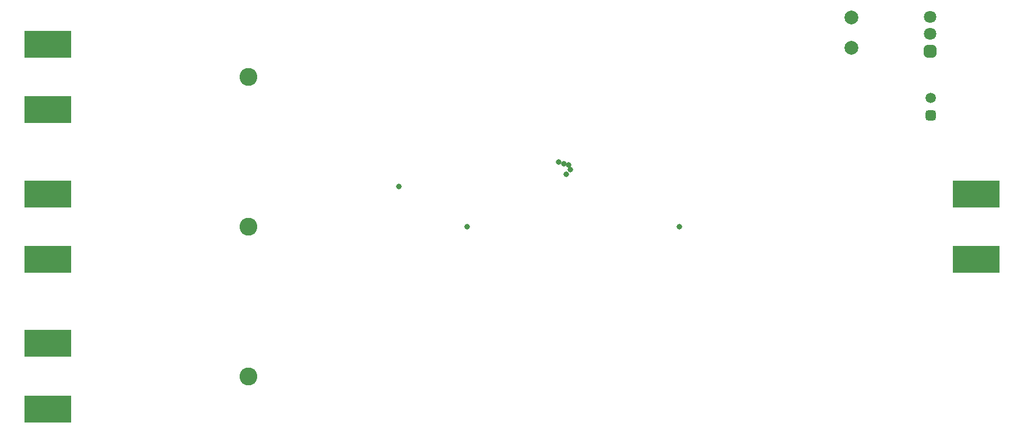
<source format=gbs>
G04*
G04 #@! TF.GenerationSoftware,Altium Limited,Altium Designer,25.8.1 (18)*
G04*
G04 Layer_Color=16711935*
%FSLAX44Y44*%
%MOMM*%
G71*
G04*
G04 #@! TF.SameCoordinates,7FA5C237-9263-4F39-8F52-594564EE4E54*
G04*
G04*
G04 #@! TF.FilePolarity,Negative*
G04*
G01*
G75*
%ADD26R,6.8000X4.0000*%
G04:AMPARAMS|DCode=30|XSize=1.8mm|YSize=1.8mm|CornerRadius=0.45mm|HoleSize=0mm|Usage=FLASHONLY|Rotation=270.000|XOffset=0mm|YOffset=0mm|HoleType=Round|Shape=RoundedRectangle|*
%AMROUNDEDRECTD30*
21,1,1.8000,0.9000,0,0,270.0*
21,1,0.9000,1.8000,0,0,270.0*
1,1,0.9000,-0.4500,-0.4500*
1,1,0.9000,-0.4500,0.4500*
1,1,0.9000,0.4500,0.4500*
1,1,0.9000,0.4500,-0.4500*
%
%ADD30ROUNDEDRECTD30*%
G04:AMPARAMS|DCode=31|XSize=1.5mm|YSize=1.5mm|CornerRadius=0.375mm|HoleSize=0mm|Usage=FLASHONLY|Rotation=270.000|XOffset=0mm|YOffset=0mm|HoleType=Round|Shape=RoundedRectangle|*
%AMROUNDEDRECTD31*
21,1,1.5000,0.7500,0,0,270.0*
21,1,0.7500,1.5000,0,0,270.0*
1,1,0.7500,-0.3750,-0.3750*
1,1,0.7500,-0.3750,0.3750*
1,1,0.7500,0.3750,0.3750*
1,1,0.7500,0.3750,-0.3750*
%
%ADD31ROUNDEDRECTD31*%
%ADD32C,1.8000*%
%ADD33C,2.0000*%
%ADD34C,1.5000*%
%ADD35C,0.8032*%
%ADD37C,2.6000*%
D26*
X1374000Y547500D02*
D03*
Y452500D02*
D03*
X26000D02*
D03*
Y547500D02*
D03*
Y670000D02*
D03*
Y765000D02*
D03*
Y235000D02*
D03*
Y330000D02*
D03*
D30*
X1306850Y754650D02*
D03*
D31*
X1308200Y661650D02*
D03*
D32*
X1306850Y779650D02*
D03*
Y804650D02*
D03*
D33*
X1192800Y759950D02*
D03*
X1193050Y804050D02*
D03*
D34*
X1308200Y686650D02*
D03*
D35*
X635000Y500064D02*
D03*
X943108D02*
D03*
X535979Y558296D02*
D03*
X768100Y593700D02*
D03*
X778652Y575676D02*
D03*
X784550Y582300D02*
D03*
X782300Y589300D02*
D03*
X775082Y591366D02*
D03*
D37*
X6604Y240636D02*
D03*
Y229460D02*
D03*
X16510D02*
D03*
Y240636D02*
D03*
X26416D02*
D03*
Y229460D02*
D03*
X36322Y240636D02*
D03*
Y229460D02*
D03*
X46228Y240636D02*
D03*
Y229460D02*
D03*
X6604Y335636D02*
D03*
Y324460D02*
D03*
X16510D02*
D03*
Y335636D02*
D03*
X26416D02*
D03*
Y324460D02*
D03*
X36322Y335636D02*
D03*
Y324460D02*
D03*
X46228Y335636D02*
D03*
Y324460D02*
D03*
X6604Y458136D02*
D03*
Y446960D02*
D03*
X16510D02*
D03*
Y458136D02*
D03*
X26416D02*
D03*
Y446960D02*
D03*
X36322Y458136D02*
D03*
Y446960D02*
D03*
X46228Y458136D02*
D03*
Y446960D02*
D03*
X6604Y553136D02*
D03*
Y541960D02*
D03*
X16510D02*
D03*
Y553136D02*
D03*
X26416D02*
D03*
Y541960D02*
D03*
X36322Y553136D02*
D03*
Y541960D02*
D03*
X46228Y553136D02*
D03*
Y541960D02*
D03*
X6604Y675636D02*
D03*
Y664460D02*
D03*
X16510D02*
D03*
Y675636D02*
D03*
X26416D02*
D03*
Y664460D02*
D03*
X36322Y675636D02*
D03*
Y664460D02*
D03*
X46228Y675636D02*
D03*
Y664460D02*
D03*
Y759460D02*
D03*
Y770636D02*
D03*
X36322Y759460D02*
D03*
Y770636D02*
D03*
X26416Y759460D02*
D03*
Y770636D02*
D03*
X16510D02*
D03*
Y759460D02*
D03*
X6604D02*
D03*
Y770636D02*
D03*
X317506Y282504D02*
D03*
Y717352D02*
D03*
Y499928D02*
D03*
X1394215Y446960D02*
D03*
Y458136D02*
D03*
X1384309Y446960D02*
D03*
Y458136D02*
D03*
X1374403Y446960D02*
D03*
Y458136D02*
D03*
X1364497D02*
D03*
Y446960D02*
D03*
X1354591D02*
D03*
Y458136D02*
D03*
X1394215Y541960D02*
D03*
Y553136D02*
D03*
X1384309Y541960D02*
D03*
Y553136D02*
D03*
X1374403Y541960D02*
D03*
Y553136D02*
D03*
X1364497D02*
D03*
Y541960D02*
D03*
X1354591D02*
D03*
Y553136D02*
D03*
M02*

</source>
